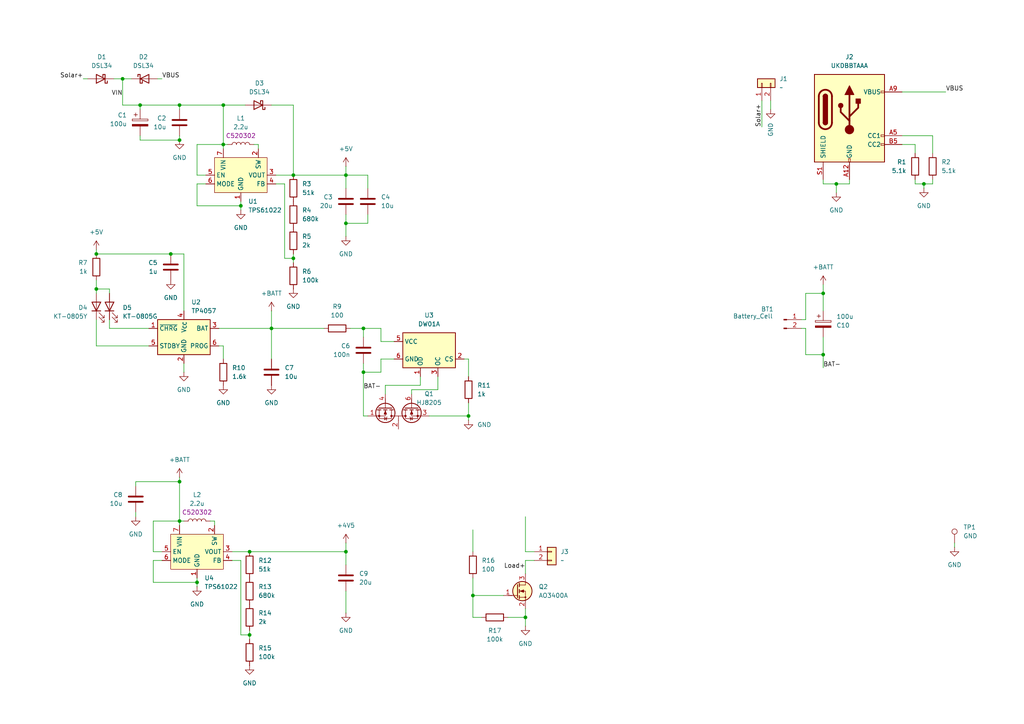
<source format=kicad_sch>
(kicad_sch (version 20250114) (generator "eeschema") (generator_version "9.0")
  (paper "A4")
  (lib_symbols
    (symbol "Battery_Management:DW01A"
      (property "Reference" "U" (at -6.604 6.35 0))
      (property "Value" "DW01A" (at 4.318 6.604 0))
      (symbol "DW01A_0_1"
        (pin power_in line (at -10.16 2.54 0) (length 2.54) (name "VCC") (number "5"))
        (pin power_in line (at -10.16 -2.54 0) (length 2.54) (name "GND") (number "6"))
        (pin output line (at -2.54 -7.62 90) (length 2.54) (name "OD") (number "1"))
        (pin output line (at 2.54 -7.62 90) (length 2.54) (name "OC") (number "3"))
        (pin input line (at 10.16 -2.54 180) (length 2.54) (name "CS") (number "2"))
      )
      (symbol "DW01A_1_1"
        (rectangle (start -7.62 5.08) (end 7.62 -5.08) (stroke (width 0.254)) (fill (type background)))
        (pin no_connect line (at 10.16 2.54 180) (length 2.54) (hide yes) (name "TD") (number "4"))
      )
    )
    (symbol "Battery_Management:TP4057"
      (property "Reference" "U" (at -6.35 6.604 0))
      (property "Value" "TP4057" (at 1.524 6.604 0))
      (symbol "TP4057_0_1"
        (rectangle (start -7.62 5.08) (end 7.62 -5.08) (stroke (width 0.254)) (fill (type background)))
      )
      (symbol "TP4057_1_1"
        (pin open_collector line (at -10.16 2.54 0) (length 2.54) (name "~{CHRG}") (number "1"))
        (pin open_collector line (at -10.16 -2.54 0) (length 2.54) (name "STDBY") (number "5"))
        (pin power_in line (at 0 7.62 270) (length 2.54) (name "V_{CC}") (number "4"))
        (pin power_in line (at 0 -7.62 90) (length 2.54) (name "GND") (number "2"))
        (pin power_out line (at 10.16 2.54 180) (length 2.54) (name "BAT") (number "3"))
        (pin passive line (at 10.16 -2.54 180) (length 2.54) (name "PROG") (number "6"))
      )
    )
    (symbol "Connector:Conn_01x02_Pin" (pin_names (offset 1.016) (hide yes))
      (property "Reference" "J" (at 0 2.54 0))
      (property "Value" "Conn_01x02_Pin" (at 0 -5.08 0))
      (symbol "Conn_01x02_Pin_1_1"
        (rectangle (start 0.8636 0.127) (end 0 -0.127) (stroke (width 0.1524)) (fill (type outline)))
        (rectangle (start 0.8636 -2.413) (end 0 -2.667) (stroke (width 0.1524)) (fill (type outline)))
        (polyline (pts (xy 1.27 0) (xy 0.8636 0)) (stroke (width 0.1524)))
        (polyline (pts (xy 1.27 -2.54) (xy 0.8636 -2.54)) (stroke (width 0.1524)))
        (pin passive line (at 5.08 0 180) (length 3.81) (name "Pin_1") (number "1"))
        (pin passive line (at 5.08 -2.54 180) (length 3.81) (name "Pin_2") (number "2"))
      )
    )
    (symbol "Connector:TestPoint" (pin_numbers (hide yes)) (pin_names (offset 0.762) (hide yes))
      (property "Reference" "TP" (at 0 6.858 0))
      (property "Value" "TestPoint" (at 0 5.08 0))
      (symbol "TestPoint_0_1"
        (circle (center 0 3.302) (radius 0.762))
      )
      (symbol "TestPoint_1_1"
        (pin passive line (at 0 0 90) (length 2.54) (name "1") (number "1"))
      )
    )
    (symbol "Connector:USB_C_Receptacle_PowerOnly_6P" (pin_names (offset 1.016))
      (property "Reference" "J" (at 0 16.51 0))
      (property "Value" "USB_C_Receptacle_PowerOnly_6P" (at 0 13.97 0))
      (symbol "USB_C_Receptacle_PowerOnly_6P_0_0"
        (rectangle (start -0.254 -12.7) (end 0.254 -11.684))
        (rectangle (start 10.16 7.874) (end 9.144 7.366))
        (rectangle (start 10.16 -4.826) (end 9.144 -5.334))
        (rectangle (start 10.16 -7.366) (end 9.144 -7.874))
      )
      (symbol "USB_C_Receptacle_PowerOnly_6P_0_1"
        (rectangle (start -10.16 12.7) (end 10.16 -12.7) (stroke (width 0.254)) (fill (type background)))
        (polyline (pts (xy -8.89 -1.27) (xy -8.89 6.35)) (stroke (width 0.508)))
        (rectangle (start -7.62 -1.27) (end -6.35 6.35) (stroke (width 0.254)) (fill (type outline)))
        (arc (start -7.62 6.35) (mid -6.985 6.9823) (end -6.35 6.35) (stroke (width 0.254)))
        (arc (start -7.62 6.35) (mid -6.985 6.9823) (end -6.35 6.35) (stroke (width 0.254)) (fill (type outline)))
        (arc (start -8.89 6.35) (mid -6.985 8.2467) (end -5.08 6.35) (stroke (width 0.508)))
        (arc (start -5.08 -1.27) (mid -6.985 -3.1667) (end -8.89 -1.27) (stroke (width 0.508)))
        (arc (start -6.35 -1.27) (mid -6.985 -1.9023) (end -7.62 -1.27) (stroke (width 0.254)))
        (arc (start -6.35 -1.27) (mid -6.985 -1.9023) (end -7.62 -1.27) (stroke (width 0.254)) (fill (type outline)))
        (polyline (pts (xy -5.08 6.35) (xy -5.08 -1.27)) (stroke (width 0.508)))
        (circle (center -2.54 3.683) (radius 0.635) (stroke (width 0.254)) (fill (type outline)))
        (polyline (pts (xy -1.27 6.858) (xy 0 9.398) (xy 1.27 6.858) (xy -1.27 6.858)) (stroke (width 0.254)) (fill (type outline)))
        (polyline (pts (xy 0 0.508) (xy 2.54 3.048) (xy 2.54 4.318)) (stroke (width 0.508)))
        (polyline (pts (xy 0 -0.762) (xy -2.54 1.778) (xy -2.54 3.048)) (stroke (width 0.508)))
        (polyline (pts (xy 0 -3.302) (xy 0 6.858)) (stroke (width 0.508)))
        (circle (center 0 -3.302) (radius 1.27) (fill (type outline)))
        (rectangle (start 1.905 4.318) (end 3.175 5.588) (stroke (width 0.254)) (fill (type outline)))
      )
      (symbol "USB_C_Receptacle_PowerOnly_6P_1_1"
        (pin passive line (at -7.62 -17.78 90) (length 5.08) (name "SHIELD") (number "S1"))
        (pin passive line (at 0 -17.78 90) (length 5.08) (name "GND") (number "A12"))
        (pin passive line (at 0 -17.78 90) (length 5.08) (hide yes) (name "GND") (number "B12"))
        (pin passive line (at 15.24 7.62 180) (length 5.08) (name "VBUS") (number "A9"))
        (pin passive line (at 15.24 7.62 180) (length 5.08) (hide yes) (name "VBUS") (number "B9"))
        (pin bidirectional line (at 15.24 -5.08 180) (length 5.08) (name "CC1") (number "A5"))
        (pin bidirectional line (at 15.24 -7.62 180) (length 5.08) (name "CC2") (number "B5"))
      )
    )
    (symbol "Connector_Generic:Conn_01x02" (pin_names (offset 1.016) (hide yes))
      (property "Reference" "J" (at 0 2.54 0))
      (property "Value" "Conn_01x02" (at 0 -5.08 0))
      (symbol "Conn_01x02_1_1"
        (rectangle (start -1.27 1.27) (end 1.27 -3.81) (stroke (width 0.254)) (fill (type background)))
        (rectangle (start -1.27 0.127) (end 0 -0.127) (stroke (width 0.1524)))
        (rectangle (start -1.27 -2.413) (end 0 -2.667) (stroke (width 0.1524)))
        (pin passive line (at -5.08 0 0) (length 3.81) (name "Pin_1") (number "1"))
        (pin passive line (at -5.08 -2.54 0) (length 3.81) (name "Pin_2") (number "2"))
      )
    )
    (symbol "Converter_DCDC:TPS61022"
      (property "Reference" "U" (at 0 7.62 0))
      (property "Value" "TPS61022" (at 7.62 -7.62 0))
      (symbol "TPS61022_1_1"
        (rectangle (start -7.62 5.08) (end 7.62 -5.08) (fill (type background)))
        (pin input line (at -10.16 0 0) (length 2.54) (name "EN") (number "5"))
        (pin input line (at -10.16 -2.54 0) (length 2.54) (name "MODE") (number "6"))
        (pin power_in line (at -5.08 7.62 270) (length 2.54) (name "VIN") (number "7"))
        (pin power_in line (at 0 -7.62 90) (length 2.54) (name "GND") (number "1"))
        (pin input line (at 5.08 7.62 270) (length 2.54) (name "SW") (number "2"))
        (pin power_out line (at 10.16 0 180) (length 2.54) (name "VOUT") (number "3"))
        (pin input line (at 10.16 -2.54 180) (length 2.54) (name "FB") (number "4"))
      )
    )
    (symbol "Device:C" (pin_numbers (hide yes)) (pin_names (offset 0.254))
      (property "Reference" "C" (at 0.635 2.54 0))
      (property "Value" "C" (at 0.635 -2.54 0))
      (symbol "C_0_1"
        (polyline (pts (xy -2.032 0.762) (xy 2.032 0.762)) (stroke (width 0.508)))
        (polyline (pts (xy -2.032 -0.762) (xy 2.032 -0.762)) (stroke (width 0.508)))
      )
      (symbol "C_1_1"
        (pin passive line (at 0 3.81 270) (length 2.794) (name "~") (number "1"))
        (pin passive line (at 0 -3.81 90) (length 2.794) (name "~") (number "2"))
      )
    )
    (symbol "Device:C_Polarized" (pin_numbers (hide yes)) (pin_names (offset 0.254))
      (property "Reference" "C" (at 0.635 2.54 0))
      (property "Value" "C_Polarized" (at 0.635 -2.54 0))
      (symbol "C_Polarized_0_1"
        (rectangle (start -2.286 0.508) (end 2.286 1.016))
        (polyline (pts (xy -1.778 2.286) (xy -0.762 2.286)))
        (polyline (pts (xy -1.27 2.794) (xy -1.27 1.778)))
        (rectangle (start 2.286 -0.508) (end -2.286 -1.016) (fill (type outline)))
      )
      (symbol "C_Polarized_1_1"
        (pin passive line (at 0 3.81 270) (length 2.794) (name "~") (number "1"))
        (pin passive line (at 0 -3.81 90) (length 2.794) (name "~") (number "2"))
      )
    )
    (symbol "Device:D_Schottky" (pin_numbers (hide yes)) (pin_names (offset 1.016) (hide yes))
      (property "Reference" "D" (at 0 2.54 0))
      (property "Value" "D_Schottky" (at 0 -2.54 0))
      (symbol "D_Schottky_0_1"
        (polyline (pts (xy -1.905 0.635) (xy -1.905 1.27) (xy -1.27 1.27) (xy -1.27 -1.27) (xy -0.635 -1.27) (xy -0.635 -0.635)) (stroke (width 0.254)))
        (polyline (pts (xy 1.27 1.27) (xy 1.27 -1.27) (xy -1.27 0) (xy 1.27 1.27)) (stroke (width 0.254)))
        (polyline (pts (xy 1.27 0) (xy -1.27 0)))
      )
      (symbol "D_Schottky_1_1"
        (pin passive line (at -3.81 0 0) (length 2.54) (name "K") (number "1"))
        (pin passive line (at 3.81 0 180) (length 2.54) (name "A") (number "2"))
      )
    )
    (symbol "Device:L" (pin_numbers (hide yes)) (pin_names (offset 1.016) (hide yes))
      (property "Reference" "L" (at -1.27 0 90))
      (property "Value" "L" (at 1.905 0 90))
      (symbol "L_0_1"
        (arc (start 0 2.54) (mid 0.6323 1.905) (end 0 1.27))
        (arc (start 0 1.27) (mid 0.6323 0.635) (end 0 0))
        (arc (start 0 0) (mid 0.6323 -0.635) (end 0 -1.27))
        (arc (start 0 -1.27) (mid 0.6323 -1.905) (end 0 -2.54))
      )
      (symbol "L_1_1"
        (pin passive line (at 0 3.81 270) (length 1.27) (name "1") (number "1"))
        (pin passive line (at 0 -3.81 90) (length 1.27) (name "2") (number "2"))
      )
    )
    (symbol "Device:LED" (pin_numbers (hide yes)) (pin_names (offset 1.016) (hide yes))
      (property "Reference" "D" (at 0 2.54 0))
      (property "Value" "LED" (at 0 -2.54 0))
      (symbol "LED_0_1"
        (polyline (pts (xy -3.048 -0.762) (xy -4.572 -2.286) (xy -3.81 -2.286) (xy -4.572 -2.286) (xy -4.572 -1.524)))
        (polyline (pts (xy -1.778 -0.762) (xy -3.302 -2.286) (xy -2.54 -2.286) (xy -3.302 -2.286) (xy -3.302 -1.524)))
        (polyline (pts (xy -1.27 0) (xy 1.27 0)))
        (polyline (pts (xy -1.27 -1.27) (xy -1.27 1.27)) (stroke (width 0.254)))
        (polyline (pts (xy 1.27 -1.27) (xy 1.27 1.27) (xy -1.27 0) (xy 1.27 -1.27)) (stroke (width 0.254)))
      )
      (symbol "LED_1_1"
        (pin passive line (at -3.81 0 0) (length 2.54) (name "K") (number "1"))
        (pin passive line (at 3.81 0 180) (length 2.54) (name "A") (number "2"))
      )
    )
    (symbol "Device:R" (pin_numbers (hide yes)) (pin_names (offset 0))
      (property "Reference" "R" (at 2.032 0 90))
      (property "Value" "R" (at 0 0 90))
      (symbol "R_0_1"
        (rectangle (start -1.016 -2.54) (end 1.016 2.54) (stroke (width 0.254)))
      )
      (symbol "R_1_1"
        (pin passive line (at 0 3.81 270) (length 1.27) (name "~") (number "1"))
        (pin passive line (at 0 -3.81 90) (length 1.27) (name "~") (number "2"))
      )
    )
    (symbol "PCM_Transistor_MOSFET_AKL:AO3400A" (pin_names (hide yes))
      (property "Reference" "Q" (at 5.08 1.27 0))
      (property "Value" "AO3400A" (at 5.08 -1.27 0))
      (symbol "AO3400A_0_1"
        (polyline (pts (xy 0.254 1.905) (xy 0.254 -1.905)) (stroke (width 0.254)))
        (polyline (pts (xy 0.254 -1.27) (xy -2.54 -1.27)))
        (polyline (pts (xy 0.762 2.286) (xy 0.762 1.27)) (stroke (width 0.254)))
        (polyline (pts (xy 0.762 0.508) (xy 0.762 -0.508)) (stroke (width 0.254)))
        (polyline (pts (xy 0.762 -1.27) (xy 0.762 -2.286)) (stroke (width 0.254)))
        (polyline (pts (xy 0.762 -1.778) (xy 2.54 -1.778)))
        (polyline (pts (xy 1.016 0) (xy 2.032 0.381) (xy 2.032 -0.381) (xy 1.016 0)) (fill (type outline)))
        (circle (center 1.651 0) (radius 2.794) (stroke (width 0.254)) (fill (type background)))
        (polyline (pts (xy 2.54 2.54) (xy 2.54 1.778)))
        (polyline (pts (xy 2.54 1.778) (xy 0.762 1.778)))
        (circle (center 2.54 -1.778) (radius 0.1778) (fill (type outline)))
        (polyline (pts (xy 2.54 -2.54) (xy 2.54 0) (xy 0.762 0)))
      )
      (symbol "AO3400A_1_1"
        (pin input line (at -3.81 -1.27 0) (length 2.54) (name "G") (number "1"))
        (pin passive line (at 2.54 5.08 270) (length 2.54) (name "D") (number "3"))
        (pin passive line (at 2.54 -5.08 90) (length 2.54) (name "S") (number "2"))
      )
    )
    (symbol "battery_holder:HJ8205" (pin_names (hide yes))
      (property "Reference" "Q" (at 0 0 0))
      (symbol "HJ8205_0_0"
        (pin passive line (at -1.27 -6.35 0) (length 2.54) (name "S1") (number "1"))
        (pin passive line (at 3.81 0 270) (length 2.54) (name "G1") (number "4"))
        (pin passive line (at 7.62 -10.16 90) (length 2.54) (name "D1/D2") (number "2"))
        (pin passive line (at 7.62 -10.16 90) (length 2.54) (hide yes) (name "D1/D2") (number "5"))
        (pin passive line (at 11.43 0 270) (length 2.54) (name "G2") (number "6"))
        (pin passive line (at 16.51 -6.35 180) (length 2.54) (name "S2") (number "3"))
      )
      (symbol "HJ8205_0_1"
        (polyline (pts (xy 1.27 -6.35) (xy 3.81 -6.35) (xy 3.81 -4.572)))
        (polyline (pts (xy 2.032 -4.572) (xy 2.032 -7.112) (xy 5.588 -7.112) (xy 5.588 -4.572)))
        (circle (center 2.032 -6.35) (radius 0.254) (fill (type outline)))
        (polyline (pts (xy 2.54 -4.572) (xy 1.524 -4.572)) (stroke (width 0.254)))
        (polyline (pts (xy 3.81 -4.064) (xy 3.81 -1.27)))
        (polyline (pts (xy 3.81 -4.826) (xy 4.191 -5.842) (xy 3.429 -5.842) (xy 3.81 -4.826)) (fill (type outline)))
        (circle (center 3.81 -5.461) (radius 2.794) (stroke (width 0.254)))
        (polyline (pts (xy 4.191 -7.112) (xy 3.556 -6.731) (xy 3.556 -7.493) (xy 4.191 -7.112)))
        (polyline (pts (xy 4.318 -4.572) (xy 3.302 -4.572)) (stroke (width 0.254)))
        (polyline (pts (xy 4.318 -6.604) (xy 4.191 -6.731) (xy 4.191 -7.493) (xy 4.064 -7.62)))
        (circle (center 5.588 -6.35) (radius 0.254) (fill (type outline)))
        (polyline (pts (xy 5.715 -4.064) (xy 1.905 -4.064)) (stroke (width 0.254)))
        (polyline (pts (xy 6.096 -4.572) (xy 5.08 -4.572)) (stroke (width 0.254)))
        (polyline (pts (xy 7.62 -6.35) (xy 7.62 -7.62)))
        (polyline (pts (xy 8.89 -6.35) (xy 5.588 -6.35)))
        (polyline (pts (xy 8.89 -6.35) (xy 9.652 -6.35)))
        (polyline (pts (xy 9.144 -4.572) (xy 10.16 -4.572)) (stroke (width 0.254)))
        (polyline (pts (xy 9.525 -4.064) (xy 13.335 -4.064)) (stroke (width 0.254)))
        (circle (center 9.652 -6.35) (radius 0.254) (fill (type outline)))
        (polyline (pts (xy 10.922 -4.572) (xy 11.938 -4.572)) (stroke (width 0.254)))
        (polyline (pts (xy 10.922 -6.604) (xy 11.049 -6.731) (xy 11.049 -7.493) (xy 11.176 -7.62)))
        (polyline (pts (xy 11.049 -7.112) (xy 11.684 -6.731) (xy 11.684 -7.493) (xy 11.049 -7.112)))
        (polyline (pts (xy 11.43 -4.064) (xy 11.43 -1.27)))
        (polyline (pts (xy 11.43 -4.826) (xy 11.049 -5.842) (xy 11.811 -5.842) (xy 11.43 -4.826)) (fill (type outline)))
        (circle (center 11.43 -5.461) (radius 2.794) (stroke (width 0.254)))
        (polyline (pts (xy 12.7 -4.572) (xy 13.716 -4.572)) (stroke (width 0.254)))
        (polyline (pts (xy 13.208 -4.572) (xy 13.208 -7.112) (xy 9.652 -7.112) (xy 9.652 -4.572)))
        (circle (center 13.208 -6.35) (radius 0.254) (fill (type outline)))
        (polyline (pts (xy 13.97 -6.35) (xy 11.43 -6.35) (xy 11.43 -4.572)))
      )
    )
    (symbol "power:+4V" (power) (pin_numbers (hide yes)) (pin_names (offset 0) (hide yes))
      (property "Value" "+4V" (at 0 3.556 0))
      (symbol "+4V_0_1"
        (polyline (pts (xy -0.762 1.27) (xy 0 2.54)))
        (polyline (pts (xy 0 2.54) (xy 0.762 1.27)))
        (polyline (pts (xy 0 0) (xy 0 2.54)))
      )
      (symbol "+4V_1_1"
        (pin power_in line (at 0 0 90) (length 0) (name "~") (number "1"))
      )
    )
    (symbol "power:+5V" (power) (pin_numbers (hide yes)) (pin_names (offset 0) (hide yes))
      (property "Value" "+5V" (at 0 3.556 0))
      (symbol "+5V_0_1"
        (polyline (pts (xy -0.762 1.27) (xy 0 2.54)))
        (polyline (pts (xy 0 2.54) (xy 0.762 1.27)))
        (polyline (pts (xy 0 0) (xy 0 2.54)))
      )
      (symbol "+5V_1_1"
        (pin power_in line (at 0 0 90) (length 0) (name "~") (number "1"))
      )
    )
    (symbol "power:+BATT" (power) (pin_numbers (hide yes)) (pin_names (offset 0) (hide yes))
      (property "Value" "+BATT" (at 0 3.556 0))
      (symbol "+BATT_0_1"
        (polyline (pts (xy -0.762 1.27) (xy 0 2.54)))
        (polyline (pts (xy 0 2.54) (xy 0.762 1.27)))
        (polyline (pts (xy 0 0) (xy 0 2.54)))
      )
      (symbol "+BATT_1_1"
        (pin power_in line (at 0 0 90) (length 0) (name "~") (number "1"))
      )
    )
    (symbol "power:GND" (power) (pin_numbers (hide yes)) (pin_names (offset 0) (hide yes))
      (property "Value" "GND" (at 0 -3.81 0))
      (symbol "GND_0_1"
        (polyline (pts (xy 0 0) (xy 0 -1.27) (xy 1.27 -1.27) (xy 0 -2.54) (xy -1.27 -1.27) (xy 0 -1.27)))
      )
      (symbol "GND_1_1"
        (pin power_in line (at 0 0 270) (length 0) (name "~") (number "1"))
      )
    )
  )
  (junction (at 105.41 95.25))
  (junction (at 52.07 151.13))
  (junction (at 35.56 22.86))
  (junction (at 100.33 160.02))
  (junction (at 40.64 30.48))
  (junction (at 27.94 83.82))
  (junction (at 64.77 30.48))
  (junction (at 238.76 85.09))
  (junction (at 27.94 73.66))
  (junction (at 78.74 95.25))
  (junction (at 137.16 172.72))
  (junction (at 52.07 139.7))
  (junction (at 52.07 40.64))
  (junction (at 267.97 53.34))
  (junction (at 72.39 184.15))
  (junction (at 52.07 30.48))
  (junction (at 105.41 107.95))
  (junction (at 49.53 73.66))
  (junction (at 69.85 59.69))
  (junction (at 64.77 41.91))
  (junction (at 57.15 168.91))
  (junction (at 72.39 160.02))
  (junction (at 242.57 53.34))
  (junction (at 85.09 50.8))
  (junction (at 238.76 102.87))
  (junction (at 100.33 64.77))
  (junction (at 135.89 120.65))
  (junction (at 152.4 179.07))
  (junction (at 85.09 74.93))
  (junction (at 100.33 50.8))
  (wire (pts (xy 100.33 48.26) (xy 100.33 50.8)))
  (wire (pts (xy 53.34 105.41) (xy 53.34 107.95)))
  (wire (pts (xy 85.09 50.8) (xy 100.33 50.8)))
  (wire (pts (xy 106.68 62.23) (xy 106.68 64.77)))
  (wire (pts (xy 233.68 95.25) (xy 233.68 102.87)))
  (wire (pts (xy 74.93 41.91) (xy 73.66 41.91)))
  (wire (pts (xy 119.38 113.03) (xy 127 113.03)))
  (wire (pts (xy 72.39 182.88) (xy 72.39 184.15)))
  (wire (pts (xy 52.07 39.37) (xy 52.07 40.64)))
  (wire (pts (xy 59.69 50.8) (xy 57.15 50.8)))
  (wire (pts (xy 270.51 52.07) (xy 270.51 53.34)))
  (wire (pts (xy 69.85 162.56) (xy 69.85 184.15)))
  (wire (pts (xy 127 113.03) (xy 127 109.22)))
  (wire (pts (xy 74.93 43.18) (xy 74.93 41.91)))
  (wire (pts (xy 265.43 53.34) (xy 267.97 53.34)))
  (wire (pts (xy 82.55 74.93) (xy 85.09 74.93)))
  (wire (pts (xy 69.85 59.69) (xy 69.85 60.96)))
  (wire (pts (xy 232.41 92.71) (xy 233.68 92.71)))
  (wire (pts (xy 106.68 120.65) (xy 105.41 120.65)))
  (wire (pts (xy 69.85 184.15) (xy 72.39 184.15)))
  (wire (pts (xy 38.1 22.86) (xy 35.56 22.86)))
  (wire (pts (xy 64.77 30.48) (xy 64.77 41.91)))
  (wire (pts (xy 31.75 95.25) (xy 31.75 92.71)))
  (wire (pts (xy 137.16 172.72) (xy 137.16 167.64)))
  (wire (pts (xy 63.5 100.33) (xy 64.77 100.33)))
  (wire (pts (xy 52.07 138.43) (xy 52.07 139.7)))
  (wire (pts (xy 35.56 30.48) (xy 40.64 30.48)))
  (wire (pts (xy 265.43 52.07) (xy 265.43 53.34)))
  (wire (pts (xy 39.37 139.7) (xy 52.07 139.7)))
  (wire (pts (xy 238.76 97.79) (xy 238.76 102.87)))
  (wire (pts (xy 246.38 52.07) (xy 246.38 53.34)))
  (wire (pts (xy 119.38 113.03) (xy 119.38 114.3)))
  (wire (pts (xy 44.45 162.56) (xy 44.45 168.91)))
  (wire (pts (xy 135.89 104.14) (xy 135.89 109.22)))
  (wire (pts (xy 27.94 100.33) (xy 43.18 100.33)))
  (wire (pts (xy 261.62 26.67) (xy 274.32 26.67)))
  (wire (pts (xy 27.94 72.39) (xy 27.94 73.66)))
  (wire (pts (xy 80.01 50.8) (xy 85.09 50.8)))
  (wire (pts (xy 35.56 22.86) (xy 35.56 30.48)))
  (wire (pts (xy 27.94 92.71) (xy 27.94 100.33)))
  (wire (pts (xy 124.46 120.65) (xy 135.89 120.65)))
  (wire (pts (xy 57.15 53.34) (xy 57.15 59.69)))
  (wire (pts (xy 233.68 85.09) (xy 238.76 85.09)))
  (wire (pts (xy 233.68 102.87) (xy 238.76 102.87)))
  (wire (pts (xy 52.07 30.48) (xy 64.77 30.48)))
  (wire (pts (xy 267.97 53.34) (xy 267.97 54.61)))
  (wire (pts (xy 85.09 74.93) (xy 85.09 76.2)))
  (wire (pts (xy 39.37 148.59) (xy 39.37 149.86)))
  (wire (pts (xy 100.33 177.8) (xy 100.33 171.45)))
  (wire (pts (xy 72.39 184.15) (xy 72.39 185.42)))
  (wire (pts (xy 105.41 95.25) (xy 110.49 95.25)))
  (wire (pts (xy 106.68 50.8) (xy 100.33 50.8)))
  (wire (pts (xy 57.15 41.91) (xy 64.77 41.91)))
  (wire (pts (xy 44.45 168.91) (xy 57.15 168.91)))
  (wire (pts (xy 238.76 85.09) (xy 238.76 82.55)))
  (wire (pts (xy 67.31 162.56) (xy 69.85 162.56)))
  (wire (pts (xy 44.45 160.02) (xy 44.45 151.13)))
  (wire (pts (xy 39.37 139.7) (xy 39.37 140.97)))
  (wire (pts (xy 57.15 167.64) (xy 57.15 168.91)))
  (wire (pts (xy 135.89 116.84) (xy 135.89 120.65)))
  (wire (pts (xy 106.68 64.77) (xy 100.33 64.77)))
  (wire (pts (xy 57.15 168.91) (xy 57.15 170.18)))
  (wire (pts (xy 62.23 151.13) (xy 60.96 151.13)))
  (wire (pts (xy 238.76 53.34) (xy 242.57 53.34)))
  (wire (pts (xy 27.94 83.82) (xy 27.94 85.09)))
  (wire (pts (xy 52.07 139.7) (xy 52.07 151.13)))
  (wire (pts (xy 100.33 68.58) (xy 100.33 64.77)))
  (wire (pts (xy 43.18 95.25) (xy 31.75 95.25)))
  (wire (pts (xy 137.16 153.67) (xy 137.16 160.02)))
  (wire (pts (xy 24.13 22.86) (xy 25.4 22.86)))
  (wire (pts (xy 27.94 73.66) (xy 49.53 73.66)))
  (wire (pts (xy 40.64 39.37) (xy 40.64 40.64)))
  (wire (pts (xy 105.41 95.25) (xy 105.41 97.79)))
  (wire (pts (xy 57.15 59.69) (xy 69.85 59.69)))
  (wire (pts (xy 67.31 160.02) (xy 72.39 160.02)))
  (wire (pts (xy 106.68 54.61) (xy 106.68 50.8)))
  (wire (pts (xy 114.3 104.14) (xy 110.49 104.14)))
  (wire (pts (xy 64.77 30.48) (xy 71.12 30.48)))
  (wire (pts (xy 267.97 53.34) (xy 270.51 53.34)))
  (wire (pts (xy 31.75 85.09) (xy 31.75 83.82)))
  (wire (pts (xy 152.4 149.86) (xy 152.4 160.02)))
  (wire (pts (xy 46.99 162.56) (xy 44.45 162.56)))
  (wire (pts (xy 111.76 114.3) (xy 111.76 111.76)))
  (wire (pts (xy 261.62 41.91) (xy 265.43 41.91)))
  (wire (pts (xy 40.64 30.48) (xy 40.64 31.75)))
  (wire (pts (xy 152.4 162.56) (xy 152.4 166.37)))
  (wire (pts (xy 223.52 31.75) (xy 223.52 29.21)))
  (wire (pts (xy 110.49 99.06) (xy 110.49 95.25)))
  (wire (pts (xy 242.57 53.34) (xy 246.38 53.34)))
  (wire (pts (xy 152.4 179.07) (xy 152.4 181.61)))
  (wire (pts (xy 62.23 152.4) (xy 62.23 151.13)))
  (wire (pts (xy 40.64 40.64) (xy 52.07 40.64)))
  (wire (pts (xy 100.33 50.8) (xy 100.33 54.61)))
  (wire (pts (xy 72.39 160.02) (xy 100.33 160.02)))
  (wire (pts (xy 64.77 100.33) (xy 64.77 104.14)))
  (wire (pts (xy 242.57 53.34) (xy 242.57 55.88)))
  (wire (pts (xy 33.02 22.86) (xy 35.56 22.86)))
  (wire (pts (xy 105.41 107.95) (xy 110.49 107.95)))
  (wire (pts (xy 85.09 73.66) (xy 85.09 74.93)))
  (wire (pts (xy 111.76 111.76) (xy 121.92 111.76)))
  (wire (pts (xy 45.72 22.86) (xy 46.99 22.86)))
  (wire (pts (xy 78.74 30.48) (xy 85.09 30.48)))
  (wire (pts (xy 152.4 160.02) (xy 154.94 160.02)))
  (wire (pts (xy 105.41 107.95) (xy 105.41 120.65)))
  (wire (pts (xy 64.77 41.91) (xy 64.77 43.18)))
  (wire (pts (xy 85.09 30.48) (xy 85.09 50.8)))
  (wire (pts (xy 53.34 73.66) (xy 53.34 90.17)))
  (wire (pts (xy 238.76 52.07) (xy 238.76 53.34)))
  (wire (pts (xy 276.86 157.48) (xy 276.86 158.75)))
  (wire (pts (xy 110.49 104.14) (xy 110.49 107.95)))
  (wire (pts (xy 152.4 176.53) (xy 152.4 179.07)))
  (wire (pts (xy 78.74 90.17) (xy 78.74 95.25)))
  (wire (pts (xy 80.01 53.34) (xy 82.55 53.34)))
  (wire (pts (xy 232.41 95.25) (xy 233.68 95.25)))
  (wire (pts (xy 261.62 39.37) (xy 270.51 39.37)))
  (wire (pts (xy 270.51 39.37) (xy 270.51 44.45)))
  (wire (pts (xy 78.74 95.25) (xy 78.74 104.14)))
  (wire (pts (xy 52.07 151.13) (xy 52.07 152.4)))
  (wire (pts (xy 121.92 109.22) (xy 121.92 111.76)))
  (wire (pts (xy 46.99 160.02) (xy 44.45 160.02)))
  (wire (pts (xy 137.16 179.07) (xy 137.16 172.72)))
  (wire (pts (xy 238.76 85.09) (xy 238.76 90.17)))
  (wire (pts (xy 146.05 172.72) (xy 137.16 172.72)))
  (wire (pts (xy 52.07 30.48) (xy 52.07 31.75)))
  (wire (pts (xy 147.32 179.07) (xy 152.4 179.07)))
  (wire (pts (xy 101.6 95.25) (xy 105.41 95.25)))
  (wire (pts (xy 49.53 73.66) (xy 53.34 73.66)))
  (wire (pts (xy 27.94 81.28) (xy 27.94 83.82)))
  (wire (pts (xy 233.68 85.09) (xy 233.68 92.71)))
  (wire (pts (xy 57.15 50.8) (xy 57.15 41.91)))
  (wire (pts (xy 100.33 163.83) (xy 100.33 160.02)))
  (wire (pts (xy 105.41 105.41) (xy 105.41 107.95)))
  (wire (pts (xy 114.3 99.06) (xy 110.49 99.06)))
  (wire (pts (xy 44.45 151.13) (xy 52.07 151.13)))
  (wire (pts (xy 82.55 53.34) (xy 82.55 74.93)))
  (wire (pts (xy 31.75 83.82) (xy 27.94 83.82)))
  (wire (pts (xy 63.5 95.25) (xy 78.74 95.25)))
  (wire (pts (xy 69.85 58.42) (xy 69.85 59.69)))
  (wire (pts (xy 265.43 41.91) (xy 265.43 44.45)))
  (wire (pts (xy 220.98 29.21) (xy 220.98 36.83)))
  (wire (pts (xy 135.89 121.92) (xy 135.89 120.65)))
  (wire (pts (xy 139.7 179.07) (xy 137.16 179.07)))
  (wire (pts (xy 52.07 151.13) (xy 53.34 151.13)))
  (wire (pts (xy 238.76 106.68) (xy 238.76 102.87)))
  (wire (pts (xy 100.33 157.48) (xy 100.33 160.02)))
  (wire (pts (xy 59.69 53.34) (xy 57.15 53.34)))
  (wire (pts (xy 64.77 41.91) (xy 66.04 41.91)))
  (wire (pts (xy 78.74 95.25) (xy 93.98 95.25)))
  (wire (pts (xy 40.64 30.48) (xy 52.07 30.48)))
  (wire (pts (xy 154.94 162.56) (xy 152.4 162.56)))
  (wire (pts (xy 100.33 64.77) (xy 100.33 62.23)))
  (wire (pts (xy 134.62 104.14) (xy 135.89 104.14)))
  (label "VIN" (at 35.56 27.94 180))
  (label "VBUS" (at 46.99 22.86 0))
  (label "Load+" (at 152.4 165.1 180))
  (label "Solar+" (at 24.13 22.86 180))
  (label "BAT-" (at 105.41 113.03 0))
  (label "VBUS" (at 274.32 26.67 0))
  (label "Solar+" (at 220.98 36.83 90))
  (label "BAT-" (at 238.76 106.68 0))
  (symbol (lib_id "Connector_Generic:Conn_01x02") (at 220.98 24.13 90) (unit 1) (in_bom no)
    (property "Reference" "J1" (at 226.06 22.8599 90) (effects (justify right)))
    (property "Value" "~" (at 226.06 25.3999 90) (effects (justify right)))
    (property "Footprint" "Connector_Wire:SolderWire-0.1sqmm_1x02_P3.6mm_D0.4mm_OD1mm" (effects (hide yes)))
    (property "Description" "Generic connector, single row, 01x02, script generated (kicad-library-utils/schlib/autogen/connector/)" (effects (hide yes)))
  )
  (symbol (lib_id "power:+BATT") (at 78.74 90.17 0) (unit 1)
    (property "Reference" "#PWR011" (effects (hide yes)))
    (property "Value" "+BATT" (at 78.74 85.09 0))
    (property "Description" "Power symbol creates a global label with name \"+BATT\"" (effects (hide yes)))
  )
  (symbol (lib_id "power:+5V") (at 100.33 48.26 0) (unit 1)
    (property "Reference" "#PWR03" (effects (hide yes)))
    (property "Value" "+5V" (at 100.33 43.18 0))
    (property "Description" "Power symbol creates a global label with name \"+5V\"" (effects (hide yes)))
  )
  (symbol (lib_id "Connector:Conn_01x02_Pin") (at 227.33 92.71 0) (unit 1)
    (property "Reference" "BT1" (at 220.726 89.662 0) (effects (justify left)))
    (property "Value" "Battery_Cell" (at 212.598 91.694 0) (effects (justify left)))
    (property "Footprint" "Connector_JST:JST_PH_S2B-PH-K_1x02_P2.00mm_Horizontal" (effects (hide yes)))
    (property "Description" "Generic connector, single row, 01x02, script generated" (effects (hide yes)))
  )
  (symbol (lib_id "power:GND") (at 53.34 107.95 0) (unit 1)
    (property "Reference" "#PWR014" (effects (hide yes)))
    (property "Value" "GND" (at 53.34 113.03 0))
    (property "Description" "Power symbol creates a global label with name \"GND\" , ground" (effects (hide yes)))
  )
  (symbol (lib_id "Device:R") (at 143.51 179.07 90) (unit 1)
    (property "Reference" "R17" (at 143.51 182.88 90))
    (property "Value" "100k" (at 143.51 185.42 90))
    (property "Footprint" "Resistor_SMD:R_0402_1005Metric" (effects (hide yes)))
    (property "Description" "Resistor" (effects (hide yes)))
  )
  (symbol (lib_id "power:GND") (at 39.37 149.86 0) (unit 1)
    (property "Reference" "#PWR017" (effects (hide yes)))
    (property "Value" "GND" (at 39.37 154.94 0))
    (property "Description" "Power symbol creates a global label with name \"GND\" , ground" (effects (hide yes)))
  )
  (symbol (lib_id "power:GND") (at 78.74 111.76 0) (unit 1)
    (property "Reference" "#PWR013" (effects (hide yes)))
    (property "Value" "GND" (at 78.74 116.84 0))
    (property "Description" "Power symbol creates a global label with name \"GND\" , ground" (effects (hide yes)))
  )
  (symbol (lib_id "power:GND") (at 267.97 54.61 0) (unit 1)
    (property "Reference" "#PWR04" (effects (hide yes)))
    (property "Value" "GND" (at 267.97 59.69 0))
    (property "Description" "Power symbol creates a global label with name \"GND\" , ground" (effects (hide yes)))
  )
  (symbol (lib_id "power:GND") (at 85.09 83.82 0) (unit 1)
    (property "Reference" "#PWR010" (effects (hide yes)))
    (property "Value" "GND" (at 85.09 88.9 0))
    (property "Description" "Power symbol creates a global label with name \"GND\" , ground" (effects (hide yes)))
  )
  (symbol (lib_id "Device:C") (at 100.33 167.64 0) (unit 1)
    (property "Reference" "C9" (at 104.14 166.3699 0) (effects (justify left)))
    (property "Value" "20u" (at 104.14 168.9099 0) (effects (justify left)))
    (property "Footprint" "Capacitor_SMD:C_1206_3216Metric" (effects (hide yes)))
    (property "Description" "Unpolarized capacitor" (effects (hide yes)))
    (property "LCSC" "C5672" (effects (hide yes)))
  )
  (symbol (lib_id "Connector:USB_C_Receptacle_PowerOnly_6P") (at 246.38 34.29 0) (unit 1)
    (property "Reference" "J2" (at 246.38 16.51 0))
    (property "Value" "UKDBBTAAA" (at 246.38 19.05 0))
    (property "Footprint" "Connector_USB:USB_C_Receptacle_HRO_TYPE-C-31-M-17" (effects (hide yes)))
    (property "Datasheet" "https://www.usb.org/sites/default/files/documents/usb_type-c.zip" (effects (hide yes)))
    (property "Description" "USB Power-Only 6P Type-C Receptacle connector" (effects (hide yes)))
  )
  (symbol (lib_id "Connector_Generic:Conn_01x02") (at 160.02 160.02 0) (unit 1) (in_bom no)
    (property "Reference" "J3" (at 162.56 160.0199 0) (effects (justify left)))
    (property "Value" "~" (at 162.56 162.5599 0) (effects (justify left)))
    (property "Footprint" "Connector_Wire:SolderWire-0.1sqmm_1x02_P3.6mm_D0.4mm_OD1mm" (effects (hide yes)))
    (property "Description" "Generic connector, single row, 01x02, script generated (kicad-library-utils/schlib/autogen/connector/)" (effects (hide yes)))
  )
  (symbol (lib_id "Device:C") (at 78.74 107.95 180) (unit 1)
    (property "Reference" "C7" (at 82.55 106.6799 0) (effects (justify right)))
    (property "Value" "10u" (at 82.55 109.2199 0) (effects (justify right)))
    (property "Footprint" "Capacitor_SMD:C_0603_1608Metric" (effects (hide yes)))
    (property "Description" "Unpolarized capacitor" (effects (hide yes)))
  )
  (symbol (lib_id "power:GND") (at 152.4 181.61 0) (unit 1)
    (property "Reference" "#PWR023" (effects (hide yes)))
    (property "Value" "GND" (at 152.4 186.69 0))
    (property "Description" "Power symbol creates a global label with name \"GND\" , ground" (effects (hide yes)))
  )
  (symbol (lib_id "Device:C_Polarized") (at 238.76 93.98 0) (unit 1)
    (property "Reference" "C10" (at 242.57 94.3611 0) (effects (justify left)))
    (property "Value" "100u" (at 242.57 91.8211 0) (effects (justify left)))
    (property "Footprint" "Capacitor_Tantalum_SMD:CP_EIA-3528-21_Kemet-B" (effects (hide yes)))
    (property "Description" "Polarized capacitor" (effects (hide yes)))
    (property "JLCPCB" "C16133" (effects (hide yes)))
  )
  (symbol (lib_id "Device:D_Schottky") (at 41.91 22.86 0) (unit 1)
    (property "Reference" "D2" (at 41.5925 16.51 0))
    (property "Value" "DSL34" (at 41.5925 19.05 0))
    (property "Footprint" "Diode_SMD:D_SOD-123F" (effects (hide yes)))
    (property "Description" "Schottky diode" (effects (hide yes)))
    (property "Sim.Library" "/home/minime/Downloads/Taiwan_Semiconductor_SSL34.txt" (effects (hide yes)))
    (property "Sim.Name" "SSL34" (effects (hide yes)))
    (property "Sim.Device" "D" (effects (hide yes)))
    (property "Sim.Pins" "1=A 2=K" (effects (hide yes)))
  )
  (symbol (lib_id "Device:R") (at 27.94 77.47 0) (unit 1)
    (property "Reference" "R7" (at 25.4 76.1999 0) (effects (justify right)))
    (property "Value" "1k" (at 25.4 78.7399 0) (effects (justify right)))
    (property "Footprint" "Resistor_SMD:R_0603_1608Metric" (effects (hide yes)))
    (property "Description" "Resistor" (effects (hide yes)))
  )
  (symbol (lib_id "Device:D_Schottky") (at 29.21 22.86 180) (unit 1)
    (property "Reference" "D1" (at 29.5275 16.51 0))
    (property "Value" "DSL34" (at 29.5275 19.05 0))
    (property "Footprint" "Diode_SMD:D_SOD-123F" (effects (hide yes)))
    (property "Description" "Schottky diode" (effects (hide yes)))
    (property "Sim.Library" "/home/minime/Downloads/Taiwan_Semiconductor_SSL34.txt" (effects (hide yes)))
    (property "Sim.Name" "SSL34" (effects (hide yes)))
    (property "Sim.Device" "D" (effects (hide yes)))
    (property "Sim.Pins" "1=A 2=K" (effects (hide yes)))
  )
  (symbol (lib_id "power:GND") (at 242.57 55.88 0) (unit 1)
    (property "Reference" "#PWR05" (effects (hide yes)))
    (property "Value" "GND" (at 242.57 60.96 0))
    (property "Description" "Power symbol creates a global label with name \"GND\" , ground" (effects (hide yes)))
  )
  (symbol (lib_id "battery_holder:HJ8205") (at 107.95 114.3 0) (unit 1)
    (property "Reference" "Q1" (at 124.46 114.2298 0))
    (property "Value" "HJ8205" (at 124.46 116.7698 0))
    (property "Footprint" "Package_TO_SOT_SMD:SOT-23-6" (effects (hide yes)))
  )
  (symbol (lib_id "power:GND") (at 52.07 40.64 0) (unit 1)
    (property "Reference" "#PWR02" (effects (hide yes)))
    (property "Value" "GND" (at 52.07 45.72 0))
    (property "Description" "Power symbol creates a global label with name \"GND\" , ground" (effects (hide yes)))
  )
  (symbol (lib_id "power:+BATT") (at 238.76 82.55 0) (unit 1)
    (property "Reference" "#PWR024" (effects (hide yes)))
    (property "Value" "+BATT" (at 238.76 77.47 0))
    (property "Description" "Power symbol creates a global label with name \"+BATT\"" (effects (hide yes)))
  )
  (symbol (lib_id "power:GND") (at 223.52 31.75 0) (unit 1)
    (property "Reference" "#PWR01" (effects (hide yes)))
    (property "Value" "GND" (at 223.5201 35.56 90) (effects (justify right)))
    (property "Description" "Power symbol creates a global label with name \"GND\" , ground" (effects (hide yes)))
  )
  (symbol (lib_id "Device:C_Polarized") (at 40.64 35.56 0) (unit 1)
    (property "Reference" "C1" (at 36.83 33.4009 0) (effects (justify right)))
    (property "Value" "100u" (at 36.83 35.9409 0) (effects (justify right)))
    (property "Footprint" "Capacitor_Tantalum_SMD:CP_EIA-3528-21_Kemet-B" (effects (hide yes)))
    (property "Description" "Polarized capacitor" (effects (hide yes)))
    (property "JLCPCB" "C16133" (effects (hide yes)))
  )
  (symbol (lib_id "Converter_DCDC:TPS61022") (at 57.15 160.02 0) (unit 1)
    (property "Reference" "U4" (at 59.2933 167.64 0) (effects (justify left)))
    (property "Value" "TPS61022" (at 59.2933 170.18 0) (effects (justify left)))
    (property "Footprint" "Package_DFN_QFN:Texas_RWU0007A_VQFN-7_2x2mm_P0.5mm" (effects (hide yes)))
    (property "Datasheet" "https://www.ti.com/lit/ds/symlink/tps61022.pdf" (effects (hide yes)))
    (property "Description" "8A Boost Converter, 0.5-5.5 V input, 2.2-5.5V output, Texas RWU0007A VQFN-7" (effects (hide yes)))
    (property "Sim.Library" "/home/minime/Downloads/SLVMCZ3/TPS61022_PSPICE_TRANS/TPS61022_TRANS.lib" (effects (hide yes)))
    (property "Sim.Name" "TPS61022_TRANS" (effects (hide yes)))
    (property "Sim.Device" "SUBCKT" (effects (hide yes)))
    (property "Sim.Pins" "1=GND 2=SW 3=VOUT 4=FB 5=EN 6=MODE 7=VIN" (effects (hide yes)))
  )
  (symbol (lib_id "Device:C") (at 39.37 144.78 0) (unit 1)
    (property "Reference" "C8" (at 35.56 143.5099 0) (effects (justify right)))
    (property "Value" "10u" (at 35.56 146.0499 0) (effects (justify right)))
    (property "Footprint" "Capacitor_SMD:C_0402_1005Metric" (effects (hide yes)))
    (property "Description" "Unpolarized capacitor" (effects (hide yes)))
  )
  (symbol (lib_id "power:+BATT") (at 52.07 138.43 0) (unit 1)
    (property "Reference" "#PWR016" (effects (hide yes)))
    (property "Value" "+BATT" (at 52.07 133.35 0))
    (property "Description" "Power symbol creates a global label with name \"+BATT\"" (effects (hide yes)))
  )
  (symbol (lib_id "Device:C") (at 49.53 77.47 0) (unit 1)
    (property "Reference" "C5" (at 45.72 76.1999 0) (effects (justify right)))
    (property "Value" "1u" (at 45.72 78.7399 0) (effects (justify right)))
    (property "Footprint" "Capacitor_SMD:C_0402_1005Metric" (effects (hide yes)))
    (property "Description" "Unpolarized capacitor" (effects (hide yes)))
  )
  (symbol (lib_id "Device:C") (at 105.41 101.6 0) (unit 1)
    (property "Reference" "C6" (at 101.6 100.3299 0) (effects (justify right)))
    (property "Value" "100n" (at 101.6 102.8699 0) (effects (justify right)))
    (property "Footprint" "Capacitor_SMD:C_0805_2012Metric" (effects (hide yes)))
    (property "Description" "Unpolarized capacitor" (effects (hide yes)))
  )
  (symbol (lib_id "Device:L") (at 69.85 41.91 90) (unit 1)
    (property "Reference" "L1" (at 69.85 34.29 90))
    (property "Value" "2.2u" (at 69.85 36.83 90))
    (property "Footprint" "Inductor_SMD:L_APV_ANR4020" (effects (hide yes)))
    (property "Description" "Inductor" (effects (hide yes)))
    (property "LCSC" "C520302" (at 69.85 39.37 90))
  )
  (symbol (lib_id "power:GND") (at 72.39 193.04 0) (unit 1)
    (property "Reference" "#PWR022" (effects (hide yes)))
    (property "Value" "GND" (at 72.39 198.12 0))
    (property "Description" "Power symbol creates a global label with name \"GND\" , ground" (effects (hide yes)))
  )
  (symbol (lib_id "power:GND") (at 276.86 158.75 0) (unit 1)
    (property "Reference" "#PWR019" (effects (hide yes)))
    (property "Value" "GND" (at 276.86 163.83 0))
    (property "Description" "Power symbol creates a global label with name \"GND\" , ground" (effects (hide yes)))
  )
  (symbol (lib_id "power:GND") (at 135.89 121.92 0) (unit 1)
    (property "Reference" "#PWR015" (effects (hide yes)))
    (property "Value" "GND" (at 138.43 123.1899 0) (effects (justify left)))
    (property "Description" "Power symbol creates a global label with name \"GND\" , ground" (effects (hide yes)))
  )
  (symbol (lib_id "Battery_Management:TP4057") (at 53.34 97.79 0) (unit 1)
    (property "Reference" "U2" (at 55.4833 87.63 0) (effects (justify left)))
    (property "Value" "TP4057" (at 55.4833 90.17 0) (effects (justify left)))
    (property "Footprint" "Package_TO_SOT_SMD:TSOT-23-6" (effects (hide yes)))
    (property "Datasheet" "http://toppwr.com/uploadfile/file/20230304/640302a47b738.pdf" (effects (hide yes)))
    (property "Description" "Constant-current/constant-voltage linear charger for single cell lithium-ion batteries with 2.9V Trickle Charge, 4.5V to 6.5V VDD, -40 to +85 degree Celsius, TSOT-23-6" (effects (hide yes)))
  )
  (symbol (lib_id "power:GND") (at 69.85 60.96 0) (unit 1)
    (property "Reference" "#PWR06" (effects (hide yes)))
    (property "Value" "GND" (at 69.85 66.04 0))
    (property "Description" "Power symbol creates a global label with name \"GND\" , ground" (effects (hide yes)))
  )
  (symbol (lib_id "Device:C") (at 106.68 58.42 0) (unit 1)
    (property "Reference" "C4" (at 110.49 57.1499 0) (effects (justify left)))
    (property "Value" "10u" (at 110.49 59.6899 0) (effects (justify left)))
    (property "Footprint" "Capacitor_SMD:C_0603_1608Metric" (effects (hide yes)))
    (property "Description" "Unpolarized capacitor" (effects (hide yes)))
  )
  (symbol (lib_id "Device:R") (at 85.09 69.85 0) (unit 1)
    (property "Reference" "R5" (at 87.63 68.5799 0) (effects (justify left)))
    (property "Value" "2k" (at 87.63 71.1199 0) (effects (justify left)))
    (property "Footprint" "Resistor_SMD:R_0402_1005Metric" (effects (hide yes)))
    (property "Description" "Resistor" (effects (hide yes)))
  )
  (symbol (lib_id "Device:R") (at 64.77 107.95 0) (unit 1)
    (property "Reference" "R10" (at 67.31 106.6799 0) (effects (justify left)))
    (property "Value" "1.6k" (at 67.31 109.2199 0) (effects (justify left)))
    (property "Footprint" "Resistor_SMD:R_0603_1608Metric" (effects (hide yes)))
    (property "Description" "Resistor" (effects (hide yes)))
  )
  (symbol (lib_id "power:GND") (at 57.15 170.18 0) (unit 1)
    (property "Reference" "#PWR020" (effects (hide yes)))
    (property "Value" "GND" (at 57.15 175.26 0))
    (property "Description" "Power symbol creates a global label with name \"GND\" , ground" (effects (hide yes)))
  )
  (symbol (lib_id "Device:R") (at 265.43 48.26 0) (unit 1)
    (property "Reference" "R1" (at 262.89 46.9899 0) (effects (justify right)))
    (property "Value" "5.1k" (at 262.89 49.5299 0) (effects (justify right)))
    (property "Footprint" "Resistor_SMD:R_0402_1005Metric" (effects (hide yes)))
    (property "Description" "Resistor" (effects (hide yes)))
  )
  (symbol (lib_id "power:+4V") (at 100.33 157.48 0) (unit 1)
    (property "Reference" "#PWR018" (effects (hide yes)))
    (property "Value" "+4V5" (at 100.33 152.4 0))
    (property "Description" "Power symbol creates a global label with name \"+4V\"" (effects (hide yes)))
  )
  (symbol (lib_id "Device:R") (at 97.79 95.25 90) (unit 1)
    (property "Reference" "R9" (at 97.79 88.9 90))
    (property "Value" "100" (at 97.79 91.44 90))
    (property "Footprint" "Resistor_SMD:R_0805_2012Metric" (effects (hide yes)))
    (property "Description" "Resistor" (effects (hide yes)))
  )
  (symbol (lib_id "PCM_Transistor_MOSFET_AKL:AO3400A") (at 149.86 171.45 0) (unit 1)
    (property "Reference" "Q2" (at 156.21 170.1799 0) (effects (justify left)))
    (property "Value" "AO3400A" (at 156.21 172.7199 0) (effects (justify left)))
    (property "Footprint" "PCM_Package_TO_SOT_SMD_AKL:SOT-23" (effects (hide yes)))
    (property "Datasheet" "https://www.tme.eu/Document/d4ede4a51fd4cb2a092d6e1960f91635/AO3400A.pdf" (effects (hide yes)))
    (property "Description" "SOT-23 N-MOSFET enchancement mode transistor, 30V, 5.7A, 1.4W, Alternate KiCAD Library" (effects (hide yes)))
  )
  (symbol (lib_id "Device:R") (at 72.39 179.07 0) (unit 1)
    (property "Reference" "R14" (at 74.93 177.7999 0) (effects (justify left)))
    (property "Value" "2k" (at 74.93 180.3399 0) (effects (justify left)))
    (property "Footprint" "Resistor_SMD:R_0402_1005Metric" (effects (hide yes)))
    (property "Description" "Resistor" (effects (hide yes)))
  )
  (symbol (lib_id "Device:R") (at 72.39 171.45 0) (unit 1)
    (property "Reference" "R13" (at 74.93 170.1799 0) (effects (justify left)))
    (property "Value" "680k" (at 74.93 172.7199 0) (effects (justify left)))
    (property "Footprint" "Resistor_SMD:R_0603_1608Metric" (effects (hide yes)))
    (property "Description" "Resistor" (effects (hide yes)))
  )
  (symbol (lib_id "Device:L") (at 57.15 151.13 90) (unit 1)
    (property "Reference" "L2" (at 57.15 143.51 90))
    (property "Value" "2.2u" (at 57.15 146.05 90))
    (property "Footprint" "Inductor_SMD:L_APV_ANR4020" (effects (hide yes)))
    (property "Description" "Inductor" (effects (hide yes)))
    (property "LCSC" "C520302" (at 57.15 148.59 90))
  )
  (symbol (lib_id "Device:D_Schottky") (at 74.93 30.48 180) (unit 1)
    (property "Reference" "D3" (at 75.2475 24.13 0))
    (property "Value" "DSL34" (at 75.2475 26.67 0))
    (property "Footprint" "Diode_SMD:D_SOD-123F" (effects (hide yes)))
    (property "Description" "Schottky diode" (effects (hide yes)))
    (property "Sim.Library" "/home/minime/Downloads/Taiwan_Semiconductor_SSL34.txt" (effects (hide yes)))
    (property "Sim.Name" "SSL34" (effects (hide yes)))
    (property "Sim.Device" "D" (effects (hide yes)))
    (property "Sim.Pins" "1=A 2=K" (effects (hide yes)))
  )
  (symbol (lib_id "Device:C") (at 100.33 58.42 0) (unit 1)
    (property "Reference" "C3" (at 96.52 57.1499 0) (effects (justify right)))
    (property "Value" "20u" (at 96.52 59.6899 0) (effects (justify right)))
    (property "Footprint" "Capacitor_SMD:C_1206_3216Metric" (effects (hide yes)))
    (property "Description" "Unpolarized capacitor" (effects (hide yes)))
    (property "LCSC" "C5672" (effects (hide yes)))
  )
  (symbol (lib_id "Converter_DCDC:TPS61022") (at 69.85 50.8 0) (unit 1)
    (property "Reference" "U1" (at 71.9933 58.42 0) (effects (justify left)))
    (property "Value" "TPS61022" (at 71.9933 60.96 0) (effects (justify left)))
    (property "Footprint" "Package_DFN_QFN:Texas_RWU0007A_VQFN-7_2x2mm_P0.5mm" (effects (hide yes)))
    (property "Datasheet" "https://www.ti.com/lit/ds/symlink/tps61022.pdf" (effects (hide yes)))
    (property "Description" "8A Boost Converter, 0.5-5.5 V input, 2.2-5.5V output, Texas RWU0007A VQFN-7" (effects (hide yes)))
    (property "Sim.Library" "/home/minime/Downloads/SLVMCZ3/TPS61022_PSPICE_TRANS/TPS61022_TRANS.lib" (effects (hide yes)))
    (property "Sim.Name" "TPS61022_TRANS" (effects (hide yes)))
    (property "Sim.Device" "SUBCKT" (effects (hide yes)))
    (property "Sim.Pins" "1=GND 2=SW 3=VOUT 4=FB 5=EN 6=MODE 7=VIN" (effects (hide yes)))
  )
  (symbol (lib_id "power:GND") (at 64.77 111.76 0) (unit 1)
    (property "Reference" "#PWR012" (effects (hide yes)))
    (property "Value" "GND" (at 64.77 116.84 0))
    (property "Description" "Power symbol creates a global label with name \"GND\" , ground" (effects (hide yes)))
  )
  (symbol (lib_id "Device:R") (at 135.89 113.03 180) (unit 1)
    (property "Reference" "R11" (at 138.43 111.7599 0) (effects (justify right)))
    (property "Value" "1k" (at 138.43 114.2999 0) (effects (justify right)))
    (property "Footprint" "Resistor_SMD:R_0402_1005Metric" (effects (hide yes)))
    (property "Description" "Resistor" (effects (hide yes)))
  )
  (symbol (lib_id "Battery_Management:DW01A") (at 124.46 101.6 0) (unit 1)
    (property "Reference" "U3" (at 124.46 91.44 0))
    (property "Value" "DW01A" (at 124.46 93.98 0))
    (property "Footprint" "Package_TO_SOT_SMD:SOT-23-6" (effects (hide yes)))
    (property "Datasheet" "https://hmsemi.com/downfile/DW01A.PDF" (effects (hide yes)))
    (property "Description" "Overcharge, overcurrent and overdischarge protection IC for single cell lithium-ion/polymer battery" (effects (hide yes)))
  )
  (symbol (lib_id "Device:C") (at 52.07 35.56 0) (unit 1)
    (property "Reference" "C2" (at 48.26 34.2899 0) (effects (justify right)))
    (property "Value" "10u" (at 48.26 36.8299 0) (effects (justify right)))
    (property "Footprint" "Capacitor_SMD:C_0603_1608Metric" (effects (hide yes)))
    (property "Description" "Unpolarized capacitor" (effects (hide yes)))
  )
  (symbol (lib_id "power:GND") (at 100.33 177.8 0) (unit 1)
    (property "Reference" "#PWR021" (effects (hide yes)))
    (property "Value" "GND" (at 100.33 182.88 0))
    (property "Description" "Power symbol creates a global label with name \"GND\" , ground" (effects (hide yes)))
  )
  (symbol (lib_id "Device:R") (at 137.16 163.83 0) (unit 1)
    (property "Reference" "R16" (at 139.7 162.5599 0) (effects (justify left)))
    (property "Value" "100" (at 139.7 165.0999 0) (effects (justify left)))
    (property "Footprint" "Resistor_SMD:R_0402_1005Metric" (effects (hide yes)))
    (property "Description" "Resistor" (effects (hide yes)))
  )
  (symbol (lib_id "Device:LED") (at 27.94 88.9 90) (unit 1)
    (property "Reference" "D4" (at 25.4 89.2174 90) (effects (justify left)))
    (property "Value" "KT-0805Y" (at 25.4 91.7574 90) (effects (justify left)))
    (property "Footprint" "LED_SMD:LED_0805_2012Metric" (effects (hide yes)))
    (property "Description" "Light emitting diode" (effects (hide yes)))
    (property "Sim.Pins" "1=K 2=A" (effects (hide yes)))
  )
  (symbol (lib_id "Connector:TestPoint") (at 276.86 157.48 0) (unit 1) (in_bom no)
    (property "Reference" "TP1" (at 279.4 152.9079 0) (effects (justify left)))
    (property "Value" "GND" (at 279.4 155.4479 0) (effects (justify left)))
    (property "Footprint" "TestPoint:TestPoint_Pad_D1.0mm" (effects (hide yes)))
    (property "Description" "test point" (effects (hide yes)))
  )
  (symbol (lib_id "power:GND") (at 100.33 68.58 0) (unit 1)
    (property "Reference" "#PWR07" (effects (hide yes)))
    (property "Value" "GND" (at 100.33 73.66 0))
    (property "Description" "Power symbol creates a global label with name \"GND\" , ground" (effects (hide yes)))
  )
  (symbol (lib_id "power:GND") (at 49.53 81.28 0) (unit 1)
    (property "Reference" "#PWR09" (effects (hide yes)))
    (property "Value" "GND" (at 49.53 86.36 0))
    (property "Description" "Power symbol creates a global label with name \"GND\" , ground" (effects (hide yes)))
  )
  (symbol (lib_id "Device:R") (at 72.39 189.23 0) (unit 1)
    (property "Reference" "R15" (at 74.93 187.9599 0) (effects (justify left)))
    (property "Value" "100k" (at 74.93 190.4999 0) (effects (justify left)))
    (property "Footprint" "Resistor_SMD:R_0402_1005Metric" (effects (hide yes)))
    (property "Description" "Resistor" (effects (hide yes)))
  )
  (symbol (lib_id "Device:R") (at 85.09 62.23 0) (unit 1)
    (property "Reference" "R4" (at 87.63 60.9599 0) (effects (justify left)))
    (property "Value" "680k" (at 87.63 63.4999 0) (effects (justify left)))
    (property "Footprint" "Resistor_SMD:R_0603_1608Metric" (effects (hide yes)))
    (property "Description" "Resistor" (effects (hide yes)))
  )
  (symbol (lib_id "Device:R") (at 270.51 48.26 0) (unit 1)
    (property "Reference" "R2" (at 273.05 46.9899 0) (effects (justify left)))
    (property "Value" "5.1k" (at 273.05 49.5299 0) (effects (justify left)))
    (property "Footprint" "Resistor_SMD:R_0402_1005Metric" (effects (hide yes)))
    (property "Description" "Resistor" (effects (hide yes)))
  )
  (symbol (lib_id "Device:LED") (at 31.75 88.9 90) (unit 1)
    (property "Reference" "D5" (at 35.56 89.2174 90) (effects (justify right)))
    (property "Value" "KT-0805G" (at 35.56 91.7574 90) (effects (justify right)))
    (property "Footprint" "LED_SMD:LED_0805_2012Metric" (effects (hide yes)))
    (property "Description" "Light emitting diode" (effects (hide yes)))
    (property "Sim.Pins" "1=K 2=A" (effects (hide yes)))
  )
  (symbol (lib_id "Device:R") (at 85.09 80.01 0) (unit 1)
    (property "Reference" "R6" (at 87.63 78.7399 0) (effects (justify left)))
    (property "Value" "100k" (at 87.63 81.2799 0) (effects (justify left)))
    (property "Footprint" "Resistor_SMD:R_0402_1005Metric" (effects (hide yes)))
    (property "Description" "Resistor" (effects (hide yes)))
  )
  (symbol (lib_id "Device:R") (at 72.39 163.83 0) (unit 1)
    (property "Reference" "R12" (at 74.93 162.5599 0) (effects (justify left)))
    (property "Value" "51k" (at 74.93 165.0999 0) (effects (justify left)))
    (property "Footprint" "Resistor_SMD:R_0402_1005Metric" (effects (hide yes)))
    (property "Description" "Resistor" (effects (hide yes)))
  )
  (symbol (lib_id "Device:R") (at 85.09 54.61 0) (unit 1)
    (property "Reference" "R3" (at 87.63 53.3399 0) (effects (justify left)))
    (property "Value" "51k" (at 87.63 55.8799 0) (effects (justify left)))
    (property "Footprint" "Resistor_SMD:R_0402_1005Metric" (effects (hide yes)))
    (property "Description" "Resistor" (effects (hide yes)))
  )
  (symbol (lib_id "power:+5V") (at 27.94 72.39 0) (unit 1)
    (property "Reference" "#PWR08" (effects (hide yes)))
    (property "Value" "+5V" (at 27.94 67.31 0))
    (property "Description" "Power symbol creates a global label with name \"+5V\"" (effects (hide yes)))
  )
)
</source>
